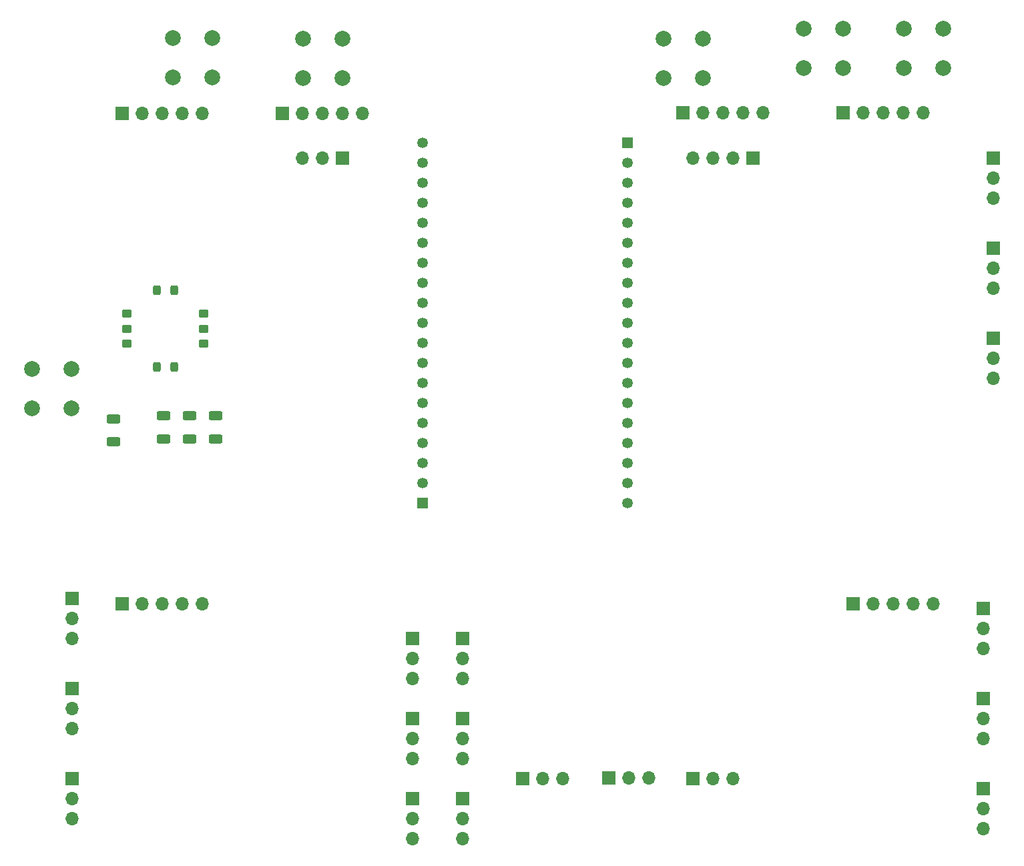
<source format=gbr>
%TF.GenerationSoftware,KiCad,Pcbnew,8.0.5*%
%TF.CreationDate,2024-10-30T17:58:27+01:00*%
%TF.ProjectId,Controller-BMU-Kombi,436f6e74-726f-46c6-9c65-722d424d552d,rev?*%
%TF.SameCoordinates,Original*%
%TF.FileFunction,Copper,L1,Top*%
%TF.FilePolarity,Positive*%
%FSLAX46Y46*%
G04 Gerber Fmt 4.6, Leading zero omitted, Abs format (unit mm)*
G04 Created by KiCad (PCBNEW 8.0.5) date 2024-10-30 17:58:27*
%MOMM*%
%LPD*%
G01*
G04 APERTURE LIST*
G04 Aperture macros list*
%AMRoundRect*
0 Rectangle with rounded corners*
0 $1 Rounding radius*
0 $2 $3 $4 $5 $6 $7 $8 $9 X,Y pos of 4 corners*
0 Add a 4 corners polygon primitive as box body*
4,1,4,$2,$3,$4,$5,$6,$7,$8,$9,$2,$3,0*
0 Add four circle primitives for the rounded corners*
1,1,$1+$1,$2,$3*
1,1,$1+$1,$4,$5*
1,1,$1+$1,$6,$7*
1,1,$1+$1,$8,$9*
0 Add four rect primitives between the rounded corners*
20,1,$1+$1,$2,$3,$4,$5,0*
20,1,$1+$1,$4,$5,$6,$7,0*
20,1,$1+$1,$6,$7,$8,$9,0*
20,1,$1+$1,$8,$9,$2,$3,0*%
G04 Aperture macros list end*
%TA.AperFunction,ComponentPad*%
%ADD10R,1.700000X1.700000*%
%TD*%
%TA.AperFunction,ComponentPad*%
%ADD11O,1.700000X1.700000*%
%TD*%
%TA.AperFunction,SMDPad,CuDef*%
%ADD12RoundRect,0.250000X-0.625000X0.312500X-0.625000X-0.312500X0.625000X-0.312500X0.625000X0.312500X0*%
%TD*%
%TA.AperFunction,ComponentPad*%
%ADD13C,2.000000*%
%TD*%
%TA.AperFunction,SMDPad,CuDef*%
%ADD14RoundRect,0.250000X0.250000X-0.375000X0.250000X0.375000X-0.250000X0.375000X-0.250000X-0.375000X0*%
%TD*%
%TA.AperFunction,SMDPad,CuDef*%
%ADD15RoundRect,0.250000X0.375000X0.250000X-0.375000X0.250000X-0.375000X-0.250000X0.375000X-0.250000X0*%
%TD*%
%TA.AperFunction,SMDPad,CuDef*%
%ADD16RoundRect,0.250000X-0.250000X0.375000X-0.250000X-0.375000X0.250000X-0.375000X0.250000X0.375000X0*%
%TD*%
%TA.AperFunction,SMDPad,CuDef*%
%ADD17RoundRect,0.250000X-0.375000X-0.250000X0.375000X-0.250000X0.375000X0.250000X-0.375000X0.250000X0*%
%TD*%
%TA.AperFunction,ComponentPad*%
%ADD18C,1.350000*%
%TD*%
%TA.AperFunction,ComponentPad*%
%ADD19R,1.350000X1.350000*%
%TD*%
G04 APERTURE END LIST*
D10*
%TO.P,J10,1,Pin_1*%
%TO.N,+5V*%
X134620000Y-130810000D03*
D11*
%TO.P,J10,2,Pin_2*%
%TO.N,SERV4*%
X134620000Y-133350000D03*
%TO.P,J10,3,Pin_3*%
%TO.N,GND*%
X134620000Y-135890000D03*
%TD*%
D10*
%TO.P,J12,1,Pin_1*%
%TO.N,+5V*%
X134620000Y-151130000D03*
D11*
%TO.P,J12,2,Pin_2*%
%TO.N,SERV6*%
X134620000Y-153670000D03*
%TO.P,J12,3,Pin_3*%
%TO.N,GND*%
X134620000Y-156210000D03*
%TD*%
D10*
%TO.P,J11,1,Pin_1*%
%TO.N,+5V*%
X134620000Y-140970000D03*
D11*
%TO.P,J11,2,Pin_2*%
%TO.N,SERV5*%
X134620000Y-143510000D03*
%TO.P,J11,3,Pin_3*%
%TO.N,GND*%
X134620000Y-146050000D03*
%TD*%
D10*
%TO.P,J22,1,Pin_1*%
%TO.N,+5V*%
X200660000Y-127015000D03*
D11*
%TO.P,J22,2,Pin_2*%
%TO.N,SERV17*%
X200660000Y-129555000D03*
%TO.P,J22,3,Pin_3*%
%TO.N,GND*%
X200660000Y-132095000D03*
%TD*%
%TO.P,J21,3,Pin_3*%
%TO.N,GND*%
X168925000Y-148590000D03*
%TO.P,J21,2,Pin_2*%
%TO.N,SERV16*%
X166385000Y-148590000D03*
D10*
%TO.P,J21,1,Pin_1*%
%TO.N,+5V*%
X163845000Y-148590000D03*
%TD*%
%TO.P,J3,1,Pin_1*%
%TO.N,Net-(J1-Pin_1)*%
X162540000Y-64120000D03*
D11*
%TO.P,J3,2,Pin_2*%
%TO.N,Net-(J1-Pin_2)*%
X165080000Y-64120000D03*
%TO.P,J3,3,Pin_3*%
%TO.N,unconnected-(J3-Pin_3-Pad3)*%
X167620000Y-64120000D03*
%TO.P,J3,4,Pin_4*%
%TO.N,CELL3+*%
X170160000Y-64120000D03*
%TO.P,J3,5,Pin_5*%
%TO.N,CELL4+*%
X172700000Y-64120000D03*
%TD*%
D12*
%TO.P,R4,1*%
%TO.N,Net-(U9-A2)*%
X96694783Y-102535091D03*
%TO.P,R4,2*%
%TO.N,GND*%
X96694783Y-105460091D03*
%TD*%
D10*
%TO.P,J18,1,Pin_1*%
%TO.N,+5V*%
X85090000Y-148605000D03*
D11*
%TO.P,J18,2,Pin_2*%
%TO.N,SERV13*%
X85090000Y-151145000D03*
%TO.P,J18,3,Pin_3*%
%TO.N,GND*%
X85090000Y-153685000D03*
%TD*%
D13*
%TO.P,U7,1,BAT+*%
%TO.N,CELL4+*%
X190580000Y-58420000D03*
X190580000Y-53420000D03*
%TO.P,U7,2,BAT-*%
%TO.N,CELL4-*%
X195580000Y-58420000D03*
X195580000Y-53420000D03*
%TD*%
D10*
%TO.P,J1,1,Pin_1*%
%TO.N,Net-(J1-Pin_1)*%
X91420000Y-64180000D03*
D11*
%TO.P,J1,2,Pin_2*%
%TO.N,Net-(J1-Pin_2)*%
X93960000Y-64180000D03*
%TO.P,J1,3,Pin_3*%
%TO.N,Net-(J1-Pin_3)*%
X96500000Y-64180000D03*
%TO.P,J1,4,Pin_4*%
%TO.N,CELL1+*%
X99040000Y-64180000D03*
%TO.P,J1,5,Pin_5*%
%TO.N,CELL2+*%
X101580000Y-64180000D03*
%TD*%
%TO.P,J19,3,Pin_3*%
%TO.N,GND*%
X147320000Y-148590000D03*
%TO.P,J19,2,Pin_2*%
%TO.N,SERV14*%
X144780000Y-148590000D03*
D10*
%TO.P,J19,1,Pin_1*%
%TO.N,+5V*%
X142240000Y-148590000D03*
%TD*%
D12*
%TO.P,R3,1*%
%TO.N,Net-(U9-A1)*%
X99984783Y-102535091D03*
%TO.P,R3,2*%
%TO.N,GND*%
X99984783Y-105460091D03*
%TD*%
D13*
%TO.P,U3,1,BAT+*%
%TO.N,Net-(J1-Pin_3)*%
X160100000Y-59690000D03*
X160100000Y-54690000D03*
%TO.P,U3,2,BAT-*%
%TO.N,CELL4-*%
X165100000Y-59690000D03*
X165100000Y-54690000D03*
%TD*%
%TO.P,U5,1,BAT+*%
%TO.N,CELL2+*%
X114380000Y-59690000D03*
X114380000Y-54690000D03*
%TO.P,U5,2,BAT-*%
%TO.N,CELL3+*%
X119380000Y-59690000D03*
X119380000Y-54690000D03*
%TD*%
D11*
%TO.P,J9,3,Pin_3*%
%TO.N,GND*%
X128270000Y-156210000D03*
%TO.P,J9,2,Pin_2*%
%TO.N,SERV3*%
X128270000Y-153670000D03*
D10*
%TO.P,J9,1,Pin_1*%
%TO.N,+5V*%
X128270000Y-151130000D03*
%TD*%
%TO.P,J26,1,Pin_1*%
%TO.N,+5V*%
X171490000Y-69850000D03*
D11*
%TO.P,J26,2,Pin_2*%
%TO.N,unconnected-(J26-Pin_2-Pad2)*%
X168950000Y-69850000D03*
%TO.P,J26,3,Pin_3*%
%TO.N,DATA*%
X166410000Y-69850000D03*
%TO.P,J26,4,Pin_4*%
%TO.N,GND*%
X163870000Y-69850000D03*
%TD*%
D10*
%TO.P,J4,1,Pin_1*%
%TO.N,Net-(J1-Pin_1)*%
X182860000Y-64120000D03*
D11*
%TO.P,J4,2,Pin_2*%
%TO.N,Net-(J1-Pin_2)*%
X185400000Y-64120000D03*
%TO.P,J4,3,Pin_3*%
%TO.N,unconnected-(J4-Pin_3-Pad3)*%
X187940000Y-64120000D03*
%TO.P,J4,4,Pin_4*%
%TO.N,CELL4+*%
X190480000Y-64120000D03*
%TO.P,J4,5,Pin_5*%
%TO.N,CELL4-*%
X193020000Y-64120000D03*
%TD*%
%TO.P,J20,3,Pin_3*%
%TO.N,GND*%
X158264386Y-148509185D03*
%TO.P,J20,2,Pin_2*%
%TO.N,SERV15*%
X155724386Y-148509185D03*
D10*
%TO.P,J20,1,Pin_1*%
%TO.N,+5V*%
X153184386Y-148509185D03*
%TD*%
D14*
%TO.P,U1,1,1*%
%TO.N,BUT1*%
X98024783Y-96365091D03*
%TO.P,U1,2,2*%
%TO.N,BUT2*%
X95824783Y-96365091D03*
D15*
%TO.P,U1,3,3*%
%TO.N,Net-(R1-Pad1)*%
X92049783Y-93390091D03*
%TO.P,U1,4,4*%
%TO.N,BUT3*%
X92049783Y-91490091D03*
%TO.P,U1,5,5*%
%TO.N,BUT4*%
X92049783Y-89590091D03*
D16*
%TO.P,U1,6,6*%
%TO.N,Net-(R1-Pad1)*%
X95824783Y-86615091D03*
%TO.P,U1,7,7*%
%TO.N,BUT5*%
X98024783Y-86615091D03*
D17*
%TO.P,U1,8,8*%
%TO.N,Net-(R1-Pad1)*%
X101799783Y-89590091D03*
%TO.P,U1,9,9*%
X101799783Y-91490091D03*
%TO.P,U1,10,10*%
X101799783Y-93390091D03*
%TD*%
D11*
%TO.P,J8,3,Pin_3*%
%TO.N,GND*%
X128270000Y-146050000D03*
%TO.P,J8,2,Pin_2*%
%TO.N,SERV2*%
X128270000Y-143510000D03*
D10*
%TO.P,J8,1,Pin_1*%
%TO.N,+5V*%
X128270000Y-140970000D03*
%TD*%
D13*
%TO.P,U8,1,BAT+*%
%TO.N,+5V*%
X80050000Y-96560000D03*
X85050000Y-96560000D03*
%TO.P,U8,2,BAT-*%
%TO.N,GND*%
X80050000Y-101560000D03*
X85050000Y-101560000D03*
%TD*%
%TO.P,U6,1,BAT+*%
%TO.N,CELL3+*%
X177880000Y-58420000D03*
X177880000Y-53420000D03*
%TO.P,U6,2,BAT-*%
%TO.N,CELL4+*%
X182880000Y-58420000D03*
X182880000Y-53420000D03*
%TD*%
D10*
%TO.P,J2,1,Pin_1*%
%TO.N,Net-(J1-Pin_1)*%
X111760000Y-64180000D03*
D11*
%TO.P,J2,2,Pin_2*%
%TO.N,Net-(J1-Pin_2)*%
X114300000Y-64180000D03*
%TO.P,J2,3,Pin_3*%
%TO.N,unconnected-(J2-Pin_3-Pad3)*%
X116840000Y-64180000D03*
%TO.P,J2,4,Pin_4*%
%TO.N,CELL2+*%
X119380000Y-64180000D03*
%TO.P,J2,5,Pin_5*%
%TO.N,CELL3+*%
X121920000Y-64180000D03*
%TD*%
D12*
%TO.P,R1,1*%
%TO.N,Net-(R1-Pad1)*%
X90344783Y-102920091D03*
%TO.P,R1,2*%
%TO.N,GND*%
X90344783Y-105845091D03*
%TD*%
D10*
%TO.P,J13,1,Pin_1*%
%TO.N,+5V*%
X201930000Y-69850000D03*
D11*
%TO.P,J13,2,Pin_2*%
%TO.N,SERV7*%
X201930000Y-72390000D03*
%TO.P,J13,3,Pin_3*%
%TO.N,GND*%
X201930000Y-74930000D03*
%TD*%
D10*
%TO.P,J23,1,Pin_1*%
%TO.N,+5V*%
X200660000Y-138430000D03*
D11*
%TO.P,J23,2,Pin_2*%
%TO.N,SERV9*%
X200660000Y-140970000D03*
%TO.P,J23,3,Pin_3*%
%TO.N,GND*%
X200660000Y-143510000D03*
%TD*%
D13*
%TO.P,U4,1,BAT+*%
%TO.N,CELL1+*%
X97870000Y-59610000D03*
X97870000Y-54610000D03*
%TO.P,U4,2,BAT-*%
%TO.N,CELL2+*%
X102870000Y-59610000D03*
X102870000Y-54610000D03*
%TD*%
D12*
%TO.P,R2,1*%
%TO.N,Net-(U9-A0)*%
X103274783Y-102535091D03*
%TO.P,R2,2*%
%TO.N,GND*%
X103274783Y-105460091D03*
%TD*%
D10*
%TO.P,J17,1,Pin_1*%
%TO.N,+5V*%
X85090000Y-137175000D03*
D11*
%TO.P,J17,2,Pin_2*%
%TO.N,SERV12*%
X85090000Y-139715000D03*
%TO.P,J17,3,Pin_3*%
%TO.N,GND*%
X85090000Y-142255000D03*
%TD*%
D10*
%TO.P,J15,1,Pin_1*%
%TO.N,+5V*%
X201930000Y-92710000D03*
D11*
%TO.P,J15,2,Pin_2*%
%TO.N,SERV10*%
X201930000Y-95250000D03*
%TO.P,J15,3,Pin_3*%
%TO.N,GND*%
X201930000Y-97790000D03*
%TD*%
D10*
%TO.P,J24,1,Pin_1*%
%TO.N,+5V*%
X200660000Y-149860000D03*
D11*
%TO.P,J24,2,Pin_2*%
%TO.N,SERV18*%
X200660000Y-152400000D03*
%TO.P,J24,3,Pin_3*%
%TO.N,GND*%
X200660000Y-154940000D03*
%TD*%
D10*
%TO.P,J14,1,Pin_1*%
%TO.N,+5V*%
X201930000Y-81280000D03*
D11*
%TO.P,J14,2,Pin_2*%
%TO.N,SERV8*%
X201930000Y-83820000D03*
%TO.P,J14,3,Pin_3*%
%TO.N,GND*%
X201930000Y-86360000D03*
%TD*%
%TO.P,J25,3,Pin_3*%
%TO.N,DATA*%
X114285000Y-69850000D03*
%TO.P,J25,2,Pin_2*%
%TO.N,+5V*%
X116825000Y-69850000D03*
D10*
%TO.P,J25,1,Pin_1*%
%TO.N,GND*%
X119365000Y-69850000D03*
%TD*%
%TO.P,J5,1,Pin_1*%
%TO.N,GND*%
X91420000Y-126410000D03*
D11*
%TO.P,J5,2,Pin_2*%
%TO.N,+5V*%
X93960000Y-126410000D03*
%TO.P,J5,3,Pin_3*%
%TO.N,VRX1*%
X96500000Y-126410000D03*
%TO.P,J5,4,Pin_4*%
%TO.N,VRY1*%
X99040000Y-126410000D03*
%TO.P,J5,5,Pin_5*%
%TO.N,SW1*%
X101580000Y-126410000D03*
%TD*%
%TO.P,J7,3,Pin_3*%
%TO.N,GND*%
X128270000Y-135890000D03*
%TO.P,J7,2,Pin_2*%
%TO.N,SERV1*%
X128270000Y-133350000D03*
D10*
%TO.P,J7,1,Pin_1*%
%TO.N,+5V*%
X128270000Y-130810000D03*
%TD*%
%TO.P,J16,1,Pin_1*%
%TO.N,+5V*%
X85090000Y-125745000D03*
D11*
%TO.P,J16,2,Pin_2*%
%TO.N,SERV11*%
X85090000Y-128285000D03*
%TO.P,J16,3,Pin_3*%
%TO.N,GND*%
X85090000Y-130825000D03*
%TD*%
%TO.P,J6,5,Pin_5*%
%TO.N,SW2*%
X194290000Y-126410000D03*
%TO.P,J6,4,Pin_4*%
%TO.N,VRY2*%
X191750000Y-126410000D03*
%TO.P,J6,3,Pin_3*%
%TO.N,VRX2*%
X189210000Y-126410000D03*
%TO.P,J6,2,Pin_2*%
%TO.N,+5V*%
X186670000Y-126410000D03*
D10*
%TO.P,J6,1,Pin_1*%
%TO.N,GND*%
X184130000Y-126410000D03*
%TD*%
D18*
%TO.P,U2,J5_19,3V3*%
%TO.N,unconnected-(U2-3V3-PadJ5_19)*%
X155585000Y-113650000D03*
%TO.P,U2,J5_18,EN*%
%TO.N,unconnected-(U2-EN-PadJ5_18)*%
X155585000Y-111110000D03*
%TO.P,U2,J5_17,SP*%
%TO.N,unconnected-(U2-SP-PadJ5_17)*%
X155585000Y-108570000D03*
%TO.P,U2,J5_16,SN*%
%TO.N,unconnected-(U2-SN-PadJ5_16)*%
X155585000Y-106030000D03*
%TO.P,U2,J5_15,G34*%
%TO.N,VRX2*%
X155585000Y-103490000D03*
%TO.P,U2,J5_14,G35*%
%TO.N,VRY2*%
X155585000Y-100950000D03*
%TO.P,U2,J5_13,G32*%
%TO.N,VRX1*%
X155585000Y-98410000D03*
%TO.P,U2,J5_12,G33*%
%TO.N,VRY1*%
X155585000Y-95870000D03*
%TO.P,U2,J5_11,G25*%
%TO.N,BUT1*%
X155585000Y-93330000D03*
%TO.P,U2,J5_10,G26*%
%TO.N,SW2*%
X155585000Y-90790000D03*
%TO.P,U2,J5_9,G27*%
X155585000Y-88250000D03*
%TO.P,U2,J5_8,G14*%
%TO.N,unconnected-(U2-G14-PadJ5_8)*%
X155585000Y-85710000D03*
%TO.P,U2,J5_7,G12*%
%TO.N,unconnected-(U2-G12-PadJ5_7)*%
X155585000Y-83170000D03*
%TO.P,U2,J5_6,GND_J5_6*%
%TO.N,GND*%
X155585000Y-80630000D03*
%TO.P,U2,J5_5,G13*%
%TO.N,SERV18*%
X155585000Y-78090000D03*
%TO.P,U2,J5_4,SD2*%
%TO.N,unconnected-(U2-SD2-PadJ5_4)*%
X155585000Y-75550000D03*
%TO.P,U2,J5_3,SD3*%
%TO.N,unconnected-(U2-SD3-PadJ5_3)*%
X155585000Y-73010000D03*
%TO.P,U2,J5_2,CMD*%
%TO.N,unconnected-(U2-CMD-PadJ5_2)*%
X155585000Y-70470000D03*
D19*
%TO.P,U2,J5_1,5V*%
%TO.N,+5V*%
X155585000Y-67930000D03*
D18*
%TO.P,U2,J4_19,CLK*%
%TO.N,unconnected-(U2-CLK-PadJ4_19)*%
X129585000Y-67930000D03*
%TO.P,U2,J4_18,SD0*%
%TO.N,unconnected-(U2-SD0-PadJ4_18)*%
X129585000Y-70470000D03*
%TO.P,U2,J4_17,SD1*%
%TO.N,unconnected-(U2-SD1-PadJ4_17)*%
X129585000Y-73010000D03*
%TO.P,U2,J4_16,G15*%
%TO.N,unconnected-(U2-G15-PadJ4_16)*%
X129585000Y-75550000D03*
%TO.P,U2,J4_15,G2*%
%TO.N,unconnected-(U2-G2-PadJ4_15)*%
X129585000Y-78090000D03*
%TO.P,U2,J4_14,G0*%
%TO.N,unconnected-(U2-G0-PadJ4_14)*%
X129585000Y-80630000D03*
%TO.P,U2,J4_13,G4*%
%TO.N,SERV17*%
X129585000Y-83170000D03*
%TO.P,U2,J4_12,G16*%
%TO.N,DATA*%
X129585000Y-85710000D03*
%TO.P,U2,J4_11,G17*%
%TO.N,BUT5*%
X129585000Y-88250000D03*
%TO.P,U2,J4_10,G5*%
%TO.N,unconnected-(U2-G5-PadJ4_10)*%
X129585000Y-90790000D03*
%TO.P,U2,J4_9,G18*%
%TO.N,BUT4*%
X129585000Y-93330000D03*
%TO.P,U2,J4_8,G19*%
%TO.N,BUT3*%
X129585000Y-95870000D03*
%TO.P,U2,J4_7,GND_J4_7*%
%TO.N,unconnected-(U2-GND_J4_7-PadJ4_7)*%
X129585000Y-98410000D03*
%TO.P,U2,J4_6,G21*%
%TO.N,SDA*%
X129585000Y-100950000D03*
%TO.P,U2,J4_5,RXD*%
%TO.N,unconnected-(U2-RXD-PadJ4_5)*%
X129585000Y-103490000D03*
%TO.P,U2,J4_4,TXD*%
%TO.N,unconnected-(U2-TXD-PadJ4_4)*%
X129585000Y-106030000D03*
%TO.P,U2,J4_3,G22*%
%TO.N,SCL*%
X129585000Y-108570000D03*
%TO.P,U2,J4_2,G23*%
%TO.N,BUT2*%
X129585000Y-111110000D03*
D19*
%TO.P,U2,J4_1,GND_J4_1*%
%TO.N,unconnected-(U2-GND_J4_1-PadJ4_1)*%
X129585000Y-113650000D03*
%TD*%
M02*

</source>
